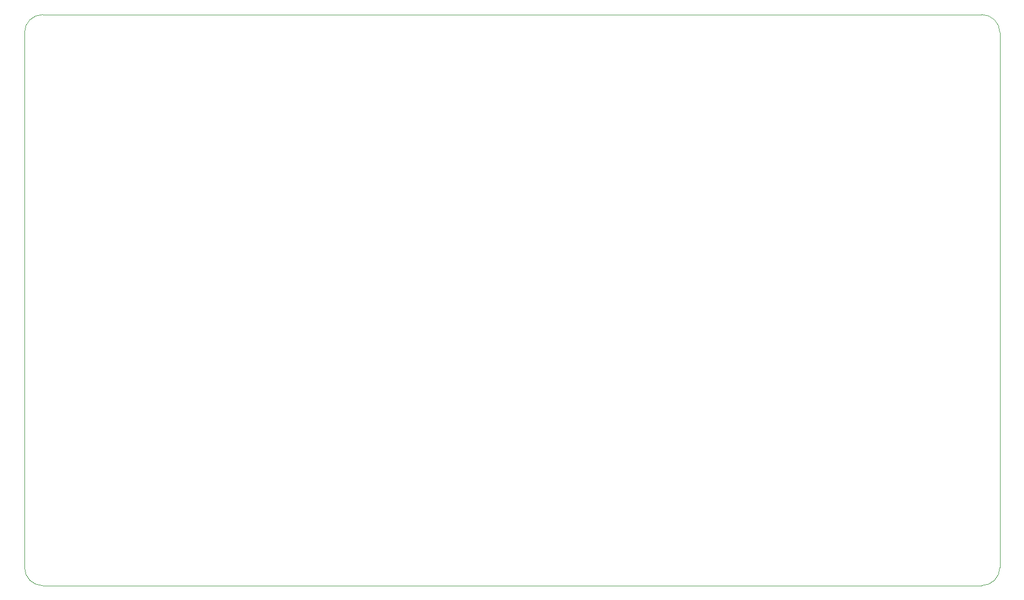
<source format=gbr>
%TF.GenerationSoftware,KiCad,Pcbnew,5.1.9*%
%TF.CreationDate,2021-02-01T09:54:16+01:00*%
%TF.ProjectId,backplane_v2.0,6261636b-706c-4616-9e65-5f76322e302e,v2.0*%
%TF.SameCoordinates,Original*%
%TF.FileFunction,Profile,NP*%
%FSLAX46Y46*%
G04 Gerber Fmt 4.6, Leading zero omitted, Abs format (unit mm)*
G04 Created by KiCad (PCBNEW 5.1.9) date 2021-02-01 09:54:16*
%MOMM*%
%LPD*%
G01*
G04 APERTURE LIST*
%TA.AperFunction,Profile*%
%ADD10C,0.050000*%
%TD*%
G04 APERTURE END LIST*
D10*
X228070000Y-31235000D02*
G75*
G02*
X231070000Y-34235000I0J-3000000D01*
G01*
X231070000Y-123235000D02*
G75*
G02*
X228070000Y-126235000I-3000000J0D01*
G01*
X72070000Y-126235000D02*
G75*
G02*
X69070000Y-123235000I0J3000000D01*
G01*
X69070000Y-34235000D02*
G75*
G02*
X72070000Y-31235000I3000000J0D01*
G01*
X228070000Y-31235000D02*
X72070000Y-31235000D01*
X231070000Y-123235000D02*
X231070000Y-34235000D01*
X72070000Y-126235000D02*
X228070000Y-126235000D01*
X69070000Y-34235000D02*
X69070000Y-123235000D01*
M02*

</source>
